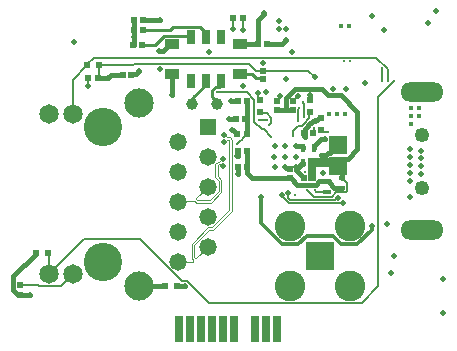
<source format=gbl>
G04*
G04 #@! TF.GenerationSoftware,Altium Limited,Altium Designer,21.6.4 (81)*
G04*
G04 Layer_Physical_Order=4*
G04 Layer_Color=16711680*
%FSLAX44Y44*%
%MOMM*%
G71*
G04*
G04 #@! TF.SameCoordinates,BBD99886-0AEC-46FA-8170-3E0A894F067B*
G04*
G04*
G04 #@! TF.FilePolarity,Positive*
G04*
G01*
G75*
%ADD22R,0.4725X0.5153*%
%ADD26R,0.5725X0.6153*%
%ADD27R,0.4725X0.5811*%
%ADD29R,0.6000X0.5000*%
%ADD31R,0.5000X0.6000*%
%ADD33R,0.5153X0.4725*%
%ADD34C,1.0000*%
%ADD61C,2.6018*%
%ADD62R,2.4248X2.4248*%
%ADD69C,0.1530*%
%ADD70C,0.3810*%
%ADD71C,0.2030*%
%ADD72C,0.3493*%
%ADD73C,0.1704*%
%ADD74C,0.1161*%
%ADD75R,0.6500X2.2250*%
%ADD76C,2.4750*%
%ADD77C,1.6500*%
%ADD78C,1.4780*%
%ADD79R,1.4780X1.4780*%
%ADD80C,3.2500*%
%ADD81O,3.6600X1.6600*%
%ADD82C,1.2500*%
%ADD83C,0.4800*%
%ADD84C,0.3000*%
%ADD85C,0.4500*%
%ADD86C,0.5000*%
%ADD87C,0.2761*%
%ADD88R,0.5200X0.5200*%
%ADD89R,0.6153X0.5725*%
%ADD90R,0.5811X0.4725*%
%ADD91R,1.2500X0.8500*%
%ADD92R,0.6500X1.2500*%
%ADD93R,0.5596X0.5621*%
%ADD94R,1.5562X1.5544*%
%ADD95R,0.4500X0.6750*%
%ADD96R,0.6750X0.4500*%
%ADD97R,0.5000X0.4000*%
G36*
X865000Y655750D02*
X843500D01*
Y644353D01*
X842897Y643750D01*
X836621D01*
Y649692D01*
X836621D01*
X836697Y650931D01*
X836810Y651203D01*
Y652158D01*
X836500Y652906D01*
Y662750D01*
X865000D01*
Y655750D01*
D02*
G37*
D22*
X821690Y654026D02*
D03*
Y646454D02*
D03*
X824230Y711176D02*
D03*
Y703604D02*
D03*
X810260Y711176D02*
D03*
Y703604D02*
D03*
D26*
X592750Y546964D02*
D03*
Y555536D02*
D03*
D27*
X798750Y729595D02*
D03*
Y736905D02*
D03*
D29*
X847500Y697250D02*
D03*
Y687250D02*
D03*
X796290Y702390D02*
D03*
Y712390D02*
D03*
X838200Y702390D02*
D03*
Y712390D02*
D03*
D31*
X649500Y742000D02*
D03*
X659500D02*
D03*
X716000Y554750D02*
D03*
X726000D02*
D03*
X616500Y582750D02*
D03*
X606500D02*
D03*
D33*
X794464Y760000D02*
D03*
X802036D02*
D03*
X777264Y711200D02*
D03*
X784836D02*
D03*
X775500Y696250D02*
D03*
X783071D02*
D03*
X840716Y684530D02*
D03*
X833144D02*
D03*
X777264Y669290D02*
D03*
X784836D02*
D03*
X777264Y655320D02*
D03*
X784836D02*
D03*
X833144Y646430D02*
D03*
X840716D02*
D03*
D34*
X759750Y708750D02*
D03*
X738250D02*
D03*
D61*
X821350Y605900D02*
D03*
X872150D02*
D03*
X821350Y555100D02*
D03*
X872150D02*
D03*
D62*
X846750Y580500D02*
D03*
D69*
X655165Y748165D02*
X894561D01*
X904625Y738101D01*
X649500Y742500D02*
X655165Y748165D01*
X882176Y540426D02*
X896180Y554430D01*
Y715180D01*
X909500Y728500D01*
X694194Y594750D02*
X730379Y558565D01*
X617240Y564660D02*
X647330Y594750D01*
X694194D01*
X752573Y540426D02*
X882176D01*
X734434Y558565D02*
X752573Y540426D01*
X616500Y582750D02*
X617240Y582010D01*
Y564660D02*
Y582010D01*
X637540Y564660D02*
X638403Y563797D01*
X730379Y558565D02*
X734434D01*
X833000Y697500D02*
Y709352D01*
X649500Y741500D02*
Y742000D01*
Y742500D01*
X832250Y710102D02*
X833000Y709352D01*
X832250Y710102D02*
Y710500D01*
X828257Y703860D02*
X829500Y705102D01*
Y705500D01*
X828000Y694500D02*
X828257Y694757D01*
Y703860D01*
X904625Y728375D02*
Y738101D01*
X637540Y729540D02*
X649500Y741500D01*
X637540Y700260D02*
Y729540D01*
X852852Y685163D02*
X853250D01*
X849235Y685515D02*
X852500D01*
X852852Y685163D01*
X847500Y687250D02*
X849235Y685515D01*
D70*
X802036Y760000D02*
X814482D01*
X817732Y763250D01*
X818000D01*
X667268Y731000D02*
X670018Y733750D01*
X667000Y731000D02*
X667268D01*
X670018Y733750D02*
X679845D01*
X713777Y753727D02*
X719750Y759700D01*
X710748Y753537D02*
X710938Y753727D01*
X719750Y759700D02*
X721750D01*
X710938Y753727D02*
X713777D01*
X697000Y779750D02*
X711750D01*
X689345Y765354D02*
Y771750D01*
Y758957D02*
Y765354D01*
X689172Y771922D02*
Y779578D01*
Y771922D02*
X689345Y771750D01*
X689000Y779750D02*
X689172Y779578D01*
X691440Y734207D02*
X693732Y736500D01*
X687155Y733750D02*
X687613Y734207D01*
X691440D01*
X693732Y736500D02*
X694000D01*
X799750Y785232D02*
Y785500D01*
X794464Y760000D02*
Y779947D01*
X799750Y785232D01*
X688887Y758500D02*
X689345Y758957D01*
X688845Y758500D02*
X688887D01*
X721750Y716500D02*
Y734300D01*
X779250Y759700D02*
X779400Y759850D01*
X794314D02*
X794464Y760000D01*
X779400Y759850D02*
X794314D01*
X784949Y697230D02*
Y711087D01*
X789280Y645969D02*
X815750D01*
X785000Y650250D02*
X789280Y645969D01*
X826424Y652936D02*
Y655326D01*
X817628Y655515D02*
X818446Y654697D01*
X817360Y655515D02*
X817628D01*
X821233Y654697D02*
X821690Y654240D01*
X826235Y655515D02*
X826424Y655326D01*
X818446Y654697D02*
X821233D01*
X822147Y645783D02*
X827430Y640500D01*
X822147Y645783D02*
Y645997D01*
X821690Y646454D02*
X822147Y645997D01*
X841468Y640532D02*
X841500Y640500D01*
X825828Y721680D02*
X848169D01*
X818352Y714204D02*
X825828Y721680D01*
X878305Y670694D02*
Y702094D01*
X864344Y716055D02*
X878305Y702094D01*
X853794Y716055D02*
X864344D01*
X847618Y665618D02*
X851980D01*
X815750Y646000D02*
X821236D01*
X834190Y640500D02*
X834222Y640532D01*
X827430Y640500D02*
X834190D01*
X834222Y640532D02*
X841468D01*
X841500D02*
X843723D01*
X846472Y643280D01*
X851843Y665754D02*
X853387Y667298D01*
X855381D01*
X862321Y674239D01*
X592750Y546964D02*
X592893Y547107D01*
X600857D01*
X601000Y547250D01*
X587083Y551297D02*
X590243Y548136D01*
X587083Y551297D02*
Y562833D01*
X606500Y582250D01*
Y582750D01*
X659036Y731000D02*
X667000D01*
X726000Y554750D02*
X726125Y554625D01*
X732625D01*
X732750Y554500D01*
X715870Y554880D02*
X716000Y554750D01*
X693440Y555010D02*
X693570Y554880D01*
X715870D01*
X840892Y694608D02*
X842411D01*
X836985Y690503D02*
Y690701D01*
X833359Y684530D02*
X833816Y684987D01*
X836985Y690701D02*
X840892Y694608D01*
X833816Y684987D02*
Y687334D01*
X842600Y694987D02*
X844737D01*
X833816Y687334D02*
X836985Y690503D01*
X840716Y684530D02*
X840930D01*
X841387Y684987D01*
X826424Y652936D02*
X832930Y646430D01*
X833144D01*
X821690Y654026D02*
Y654240D01*
X831960Y673076D02*
X832305Y672731D01*
X826235Y673265D02*
X826424Y673076D01*
X832305Y671830D02*
Y672731D01*
X826424Y673076D02*
X831960D01*
Y657660D02*
X832305Y658005D01*
X830835Y657660D02*
X831960D01*
X832305Y658005D02*
Y659130D01*
X828879Y655704D02*
X830835Y657660D01*
X777000Y664500D02*
X777132Y664632D01*
Y669158D01*
X777264Y669290D01*
Y655320D02*
X777464Y655120D01*
Y649806D02*
Y655120D01*
X784949Y683373D02*
Y697230D01*
X777038Y683260D02*
Y683272D01*
X772439Y687061D02*
X773249D01*
X777038Y683272D01*
X772250Y687250D02*
X772439Y687061D01*
X775300Y696050D02*
X775500Y696250D01*
X769986Y696050D02*
X775300D01*
X771750Y711000D02*
X777064D01*
X777264Y711200D01*
X858717Y638000D02*
X865250D01*
X852750Y643625D02*
X853875D01*
X854220Y643280D01*
Y642497D02*
Y643280D01*
Y642497D02*
X858717Y638000D01*
X818352Y703604D02*
Y714204D01*
X838225Y712415D02*
Y716475D01*
X838200Y712390D02*
X838225Y712415D01*
X810260Y703604D02*
X818352D01*
X824230D01*
X834565Y680935D02*
Y681203D01*
X833816Y681952D02*
X834565Y681203D01*
X833816Y681952D02*
Y684073D01*
X833359Y684530D02*
X833816Y684073D01*
X846405Y696655D02*
X846905D01*
X842411Y694608D02*
X842600Y694798D01*
X846905Y696655D02*
X847500Y697250D01*
X844737Y694987D02*
X846405Y696655D01*
X848169Y721680D02*
X853794Y716055D01*
X851060Y679311D02*
X851249Y679500D01*
X847911Y679311D02*
X851060D01*
X841555Y672955D02*
X847911Y679311D01*
X841555Y671830D02*
Y672955D01*
X846472Y643280D02*
X852405D01*
X852750Y643625D01*
X870200Y662588D02*
X878305Y670694D01*
X868197Y662588D02*
X870200D01*
X862330Y656721D02*
X868197Y662588D01*
X841555Y659130D02*
Y660255D01*
X821236Y646000D02*
X821690Y646454D01*
X784836Y655320D02*
X785000Y655156D01*
Y650250D02*
Y655156D01*
X784836Y655320D02*
Y669290D01*
Y711200D02*
X784949Y711087D01*
X865250Y646000D02*
Y653801D01*
X862330Y656721D02*
X865250Y653801D01*
D71*
X773000Y772250D02*
Y781786D01*
X773214Y782000D01*
X781750Y771500D02*
X781786Y771536D01*
Y782000D01*
X792718Y737032D02*
X836967D01*
X787185Y742565D02*
X792718Y737032D01*
X842250Y636000D02*
X843875Y634375D01*
X842250Y636000D02*
Y636227D01*
X798275Y700905D02*
X801876D01*
X801436Y695500D02*
X801699D01*
X794869Y695000D02*
X800936D01*
X796790Y702390D02*
X798275Y700905D01*
X805503Y692793D02*
Y697278D01*
X801876Y700905D02*
X805503Y697278D01*
X800936Y695000D02*
X801436Y695500D01*
X803987Y691277D02*
X805503Y692793D01*
X803987Y691119D02*
Y691277D01*
X836005Y635995D02*
Y636227D01*
Y635995D02*
X841790Y630210D01*
X608133Y555536D02*
X609174Y554495D01*
X592750Y555536D02*
X608133D01*
X609174Y554495D02*
X627375D01*
X637540Y564660D01*
X650250Y724000D02*
Y730786D01*
X650464Y731000D01*
X617240Y697510D02*
X617500Y697250D01*
X617240Y697510D02*
Y700260D01*
X689294Y742565D02*
X787185D01*
X659036Y731000D02*
X659500Y731464D01*
Y742000D01*
X836967Y737032D02*
X842500Y731500D01*
X688979Y742250D02*
X689294Y742565D01*
X660500Y742250D02*
X688979D01*
X659500Y742000D02*
X660250D01*
X660500Y742250D01*
X840716Y684530D02*
X841750Y685564D01*
Y688750D01*
X833165Y692283D02*
X837925Y697043D01*
X831665Y690585D02*
X833165Y692085D01*
Y692283D01*
X837925Y697043D02*
Y702115D01*
X780629Y678534D02*
X781844Y679749D01*
X780284Y678534D02*
X780629D01*
X776500Y674750D02*
X780284Y678534D01*
X794780Y713875D02*
Y717470D01*
X794250Y718000D02*
X794780Y717470D01*
X796265Y712390D02*
X796290D01*
X794780Y713875D02*
X796265Y712390D01*
X843875Y634375D02*
X852750D01*
X841790Y630210D02*
X856918D01*
X860793Y634085D02*
X868543D01*
X856918Y630210D02*
X860793Y634085D01*
X865750Y646000D02*
X869665Y642085D01*
X865250Y646000D02*
X865750D01*
X868543Y634085D02*
X869665Y635207D01*
Y642085D01*
X824230Y711390D02*
X828090Y715250D01*
X824230Y711176D02*
Y711390D01*
X828090Y715250D02*
X828250D01*
X837925Y702115D02*
X838200Y702390D01*
X828391Y690585D02*
X831665D01*
X823824Y686018D02*
X828391Y690585D01*
X797654Y687385D02*
X799115D01*
X791375Y693664D02*
X797654Y687385D01*
X799115D02*
X805500Y681000D01*
X791375Y693664D02*
Y712308D01*
X796290Y702390D02*
X796790D01*
X784933Y718750D02*
X791375Y712308D01*
X823824Y681696D02*
Y686018D01*
Y681696D02*
X824010Y681510D01*
X899125Y728625D02*
X899250Y728500D01*
X899000Y739250D02*
X899125Y739125D01*
Y728625D02*
Y739125D01*
X759500Y718750D02*
X784933D01*
X781844Y679749D02*
Y680029D01*
X785062Y683248D01*
Y683260D01*
X784949Y683373D02*
X785062Y683260D01*
D72*
X890500Y605500D02*
X890750Y605750D01*
X865005Y590245D02*
X878635D01*
X835760Y597500D02*
X857750D01*
X865005Y590245D01*
X828504D02*
X835760Y597500D01*
X890500Y602110D02*
Y605500D01*
X878635Y590245D02*
X890500Y602110D01*
X814865Y590245D02*
X828504D01*
X796750Y608360D02*
X814865Y590245D01*
X796750Y608360D02*
Y630500D01*
D73*
X820578Y624839D02*
X865707D01*
X817100Y628318D02*
X820578Y624839D01*
X817100Y628318D02*
Y628368D01*
X820659Y628441D02*
X821657Y627443D01*
X819819Y629495D02*
X820659Y628656D01*
X819819Y629495D02*
Y633359D01*
X819885Y633424D01*
X821657Y627443D02*
X859416D01*
X814387Y631081D02*
Y631919D01*
X820659Y628441D02*
Y628656D01*
X814387Y631081D02*
X817100Y628368D01*
X865707Y624839D02*
X865949Y625080D01*
X859416Y627443D02*
X860967Y628995D01*
X861805D01*
D74*
X772393Y618340D02*
Y678613D01*
X766548Y682330D02*
X768310Y680568D01*
X765810Y676630D02*
X766548D01*
X768310Y678391D01*
X769536D01*
X770217Y677711D01*
Y619242D02*
Y677711D01*
X765810Y682330D02*
X766548D01*
X770438Y680568D02*
X772393Y678613D01*
X768310Y680568D02*
X770438D01*
X738431Y590594D02*
X752377Y604539D01*
X753279Y602363D02*
X756416D01*
X755514Y604539D02*
X770217Y619242D01*
X752377Y604539D02*
X755514D01*
X756416Y602363D02*
X772393Y618340D01*
X740609Y589692D02*
X753279Y602363D01*
X727049Y626719D02*
X740711D01*
X726440Y626110D02*
X727049Y626719D01*
X763148Y634126D02*
Y644919D01*
X754424Y625401D02*
X763148Y634126D01*
X760398Y647669D02*
X763148Y644919D01*
X742251Y629221D02*
X751840Y638810D01*
X742251Y628259D02*
Y629221D01*
Y628259D02*
X742931Y627579D01*
X753522D02*
X760972Y635028D01*
X742931Y627579D02*
X753522D01*
X740711Y626719D02*
X742029Y625401D01*
X754424D01*
X760972Y635028D02*
Y644017D01*
X763555Y656630D02*
X764540D01*
X762360Y657825D02*
X763555Y656630D01*
X761079Y657825D02*
X762360D01*
X760398Y657145D02*
X761079Y657825D01*
X760398Y647669D02*
Y657145D01*
X758222Y658047D02*
X760177Y660002D01*
X761474D01*
X758222Y646767D02*
X760972Y644017D01*
X758222Y646767D02*
Y658047D01*
X763802Y662330D02*
X764540D01*
X761474Y660002D02*
X763802Y662330D01*
X738998Y575310D02*
X739678Y575990D01*
X726440Y575310D02*
X738998D01*
X738431Y578199D02*
Y590594D01*
Y578199D02*
X739678Y576952D01*
X742251Y578420D02*
X751840Y588010D01*
X741289Y578420D02*
X742251D01*
X739678Y575990D02*
Y576952D01*
X740609Y579101D02*
X741289Y578420D01*
X740609Y579101D02*
Y589692D01*
D75*
X727250Y517930D02*
D03*
X736662D02*
D03*
X746073D02*
D03*
X755485D02*
D03*
X764896D02*
D03*
X774308D02*
D03*
X791735D02*
D03*
X801146D02*
D03*
X810558D02*
D03*
D76*
X693440Y555010D02*
D03*
Y709910D02*
D03*
D77*
X617240Y564660D02*
D03*
X637540D02*
D03*
X617240Y700260D02*
D03*
X637540D02*
D03*
D78*
X726440Y575310D02*
D03*
X751840Y588010D02*
D03*
X726440Y600710D02*
D03*
X751840Y613410D02*
D03*
X726440Y626110D02*
D03*
X751840Y638810D02*
D03*
X726440Y651510D02*
D03*
X751840Y664210D02*
D03*
X726440Y676910D02*
D03*
D79*
X751840Y689610D02*
D03*
D80*
X662940Y575310D02*
D03*
Y689610D02*
D03*
D81*
X933450Y601900D02*
D03*
Y718900D02*
D03*
D82*
Y637900D02*
D03*
Y682900D02*
D03*
D83*
X818000Y763250D02*
D03*
X781996Y771354D02*
D03*
X773000Y772250D02*
D03*
X638250Y761000D02*
D03*
X710748Y753537D02*
D03*
X711750Y779750D02*
D03*
X694000Y736500D02*
D03*
X799750Y785500D02*
D03*
X812250Y778800D02*
D03*
X689345Y765354D02*
D03*
X721750Y716500D02*
D03*
X752750Y753270D02*
D03*
X711250Y738250D02*
D03*
X890750Y605750D02*
D03*
X796750Y630500D02*
D03*
X808485Y655515D02*
D03*
X817360D02*
D03*
X826235D02*
D03*
X813250Y715250D02*
D03*
X849500Y650500D02*
D03*
X903625Y606875D02*
D03*
X906625Y565625D02*
D03*
X951125Y532125D02*
D03*
X909360Y580390D02*
D03*
X951000Y560500D02*
D03*
X819885Y633424D02*
D03*
X814387Y631919D02*
D03*
X601000Y547250D02*
D03*
X667000Y731000D02*
D03*
X650250Y724000D02*
D03*
X842500Y731500D02*
D03*
X732750Y554500D02*
D03*
X923500Y663792D02*
D03*
Y657083D02*
D03*
Y650375D02*
D03*
Y643667D02*
D03*
Y630250D02*
D03*
X932000Y650000D02*
D03*
Y669250D02*
D03*
X923500Y670500D02*
D03*
X932000Y656417D02*
D03*
Y662833D02*
D03*
X777000Y664500D02*
D03*
X777464Y649806D02*
D03*
X772250Y687250D02*
D03*
X769986Y696050D02*
D03*
X771750Y711000D02*
D03*
X798750Y743500D02*
D03*
X781500Y724250D02*
D03*
X823000Y753250D02*
D03*
X945250Y787500D02*
D03*
X891000Y783750D02*
D03*
X938250Y777750D02*
D03*
X901500Y771500D02*
D03*
X884750Y727000D02*
D03*
X865949Y625080D02*
D03*
X861805Y628995D02*
D03*
X794250Y718000D02*
D03*
X818250Y730000D02*
D03*
X828250Y715250D02*
D03*
X838225Y716475D02*
D03*
X801000Y719250D02*
D03*
X834565Y680935D02*
D03*
X842600Y694798D02*
D03*
X818352Y703604D02*
D03*
X851249Y679500D02*
D03*
X808235Y663745D02*
D03*
X826485D02*
D03*
X826235Y673265D02*
D03*
X817360Y663745D02*
D03*
X817360Y673265D02*
D03*
X808485D02*
D03*
X818250Y772750D02*
D03*
X812250D02*
D03*
X764540Y662330D02*
D03*
Y656630D02*
D03*
X765810Y682330D02*
D03*
Y676630D02*
D03*
D84*
X834410Y651680D02*
D03*
X842250Y636227D02*
D03*
X841500Y640500D02*
D03*
X801699Y695500D02*
D03*
X851750Y657500D02*
D03*
X847500Y665500D02*
D03*
X836005Y636227D02*
D03*
X851980Y665618D02*
D03*
X841750Y688750D02*
D03*
X833000Y697500D02*
D03*
X776500Y674750D02*
D03*
X832250Y710500D02*
D03*
X829500Y705500D02*
D03*
X794869Y695000D02*
D03*
X803987Y691119D02*
D03*
X828000Y694500D02*
D03*
X909500Y728500D02*
D03*
X904625Y728375D02*
D03*
X853250Y685163D02*
D03*
X826000Y631416D02*
D03*
X824010Y681510D02*
D03*
X899000Y739250D02*
D03*
X899250Y728500D02*
D03*
X759369Y718750D02*
D03*
X805500Y681000D02*
D03*
X867250Y745000D02*
D03*
X872500D02*
D03*
X785000Y650250D02*
D03*
D85*
X868250Y700000D02*
D03*
X930750Y705250D02*
D03*
Y698500D02*
D03*
X854750Y700000D02*
D03*
X871250Y775000D02*
D03*
X864750D02*
D03*
X861500Y700000D02*
D03*
X923750Y705250D02*
D03*
Y698500D02*
D03*
Y692250D02*
D03*
D86*
X869100Y721360D02*
D03*
X858100D02*
D03*
D87*
X728945Y766230D02*
X728945Y766230D01*
X737319D02*
X737800Y765750D01*
X728945Y766230D02*
X737319D01*
X714555Y766230D02*
X728945D01*
X706825Y758500D02*
X714555Y766230D01*
X696655Y771750D02*
X720310D01*
X722840Y774280D01*
X755588Y714871D02*
Y720316D01*
Y714871D02*
X759750Y710709D01*
X763200Y725250D02*
Y728250D01*
X761330Y723381D02*
X763200Y725250D01*
X758653Y723381D02*
X761330D01*
X755588Y720316D02*
X758653Y723381D01*
X759750Y708750D02*
Y710709D01*
X750500Y725250D02*
Y728250D01*
X739635Y714385D02*
X750500Y725250D01*
X739635Y710135D02*
Y714385D01*
X738250Y708750D02*
X739635Y710135D01*
X696155Y758500D02*
X706825D01*
X722840Y774280D02*
X744969D01*
X750500Y765750D02*
Y768750D01*
X744969Y774280D02*
X750500Y768750D01*
X789641Y734300D02*
X792822Y731119D01*
X798750Y729595D02*
Y730138D01*
X779250Y734300D02*
X789641D01*
X792822Y731119D02*
X797768D01*
X798750Y730138D01*
D88*
X689000Y779750D02*
D03*
X697000D02*
D03*
D89*
X773214Y782000D02*
D03*
X781786D02*
D03*
X659036Y731000D02*
D03*
X650464D02*
D03*
D90*
X687155Y733750D02*
D03*
X679845D02*
D03*
X696655Y771750D02*
D03*
X689345D02*
D03*
X696155Y758500D02*
D03*
X688845D02*
D03*
D91*
X779250Y759700D02*
D03*
X721750D02*
D03*
Y734300D02*
D03*
X779250D02*
D03*
D92*
X763200Y765750D02*
D03*
X750500D02*
D03*
X737800D02*
D03*
Y728250D02*
D03*
X750500D02*
D03*
X763200D02*
D03*
D93*
X777038Y683260D02*
D03*
X785062D02*
D03*
D94*
X862330Y674239D02*
D03*
Y656721D02*
D03*
D95*
X832305Y671830D02*
D03*
X841555D02*
D03*
X832305Y659130D02*
D03*
X841555D02*
D03*
D96*
X852750Y634375D02*
D03*
Y643625D02*
D03*
D97*
X865250Y646000D02*
D03*
Y638000D02*
D03*
M02*

</source>
